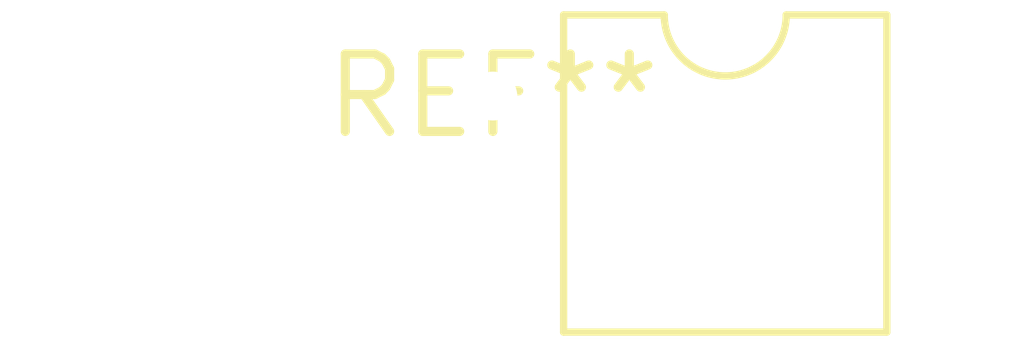
<source format=kicad_pcb>
(kicad_pcb (version 20240108) (generator pcbnew)
  (layers (0 "F.Cu" signal) (31 "B.Cu" signal) (34 "B.Paste" user) (35 "F.Paste" user) (36 "B.SilkS" user "B.Silkscreen") (37 "F.SilkS" user "F.Silkscreen") (38 "B.Mask" user) (39 "F.Mask" user) (44 "Edge.Cuts" user))
  (net 0 "")
  (footprint "DIP-4_W7.62mm" (layer "F.Cu") (at 0 0)
    (property "Reference" "REF**")
    (property "Value" "DIP-4_W7.62mm")
    (fp_line (start 1.16 -1.33) (end 1.16 3.87) (layer "F.SilkS") (stroke (width 0.12)))
    (fp_line (start 1.16 3.87) (end 6.46 3.87) (layer "F.SilkS") (stroke (width 0.12)))
    (fp_line (start 2.81 -1.33) (end 1.16 -1.33) (layer "F.SilkS") (stroke (width 0.12)))
    (fp_line (start 6.46 -1.33) (end 4.81 -1.33) (layer "F.SilkS") (stroke (width 0.12)))
    (fp_line (start 6.46 3.87) (end 6.46 -1.33) (layer "F.SilkS") (stroke (width 0.12)))
    (fp_arc (start 4.81 -1.33) (mid 3.81 -0.33) (end 2.81 -1.33) (layer "F.SilkS") (stroke (width 0.12)))
    (pad "1" thru_hole rect (at 0 0) (size 1.6 1.6) (drill 0.8) (layers *.Cu *.Mask) (remove_unused_layers))
    (pad "2" thru_hole oval (at 0 2.54) (size 1.6 1.6) (drill 0.8) (layers *.Cu *.Mask) (remove_unused_layers))
    (pad "3" thru_hole oval (at 7.62 2.54) (size 1.6 1.6) (drill 0.8) (layers *.Cu *.Mask) (remove_unused_layers))
    (pad "4" thru_hole oval (at 7.62 0) (size 1.6 1.6) (drill 0.8) (layers *.Cu *.Mask) (remove_unused_layers))
  )
)
</source>
